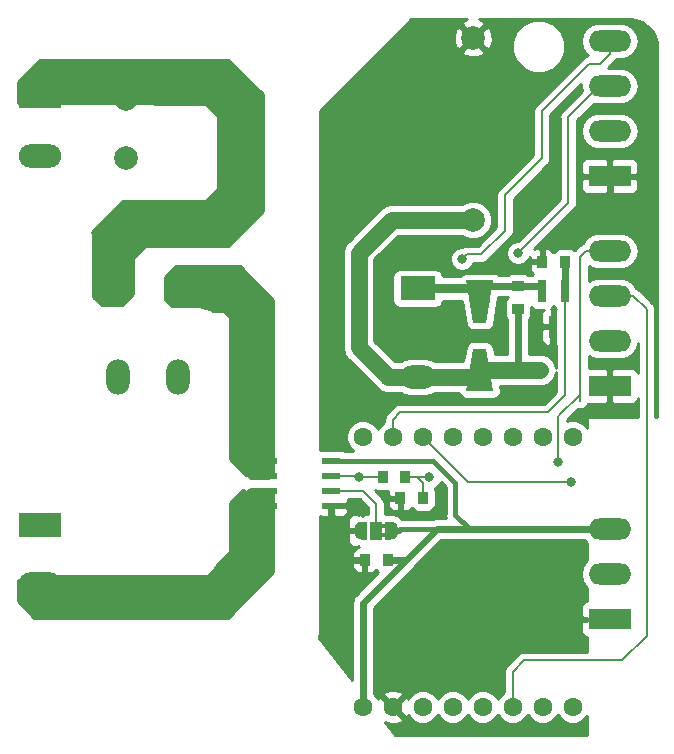
<source format=gtl>
G04 #@! TF.GenerationSoftware,KiCad,Pcbnew,(5.0.0-rc2-dev-158-g52ab6216c)*
G04 #@! TF.CreationDate,2018-04-09T21:56:37+02:00*
G04 #@! TF.ProjectId,power_monitor,706F7765725F6D6F6E69746F722E6B69,rev?*
G04 #@! TF.SameCoordinates,Original*
G04 #@! TF.FileFunction,Copper,L1,Top,Signal*
G04 #@! TF.FilePolarity,Positive*
%FSLAX46Y46*%
G04 Gerber Fmt 4.6, Leading zero omitted, Abs format (unit mm)*
G04 Created by KiCad (PCBNEW (5.0.0-rc2-dev-158-g52ab6216c)) date 04/09/18 21:56:37*
%MOMM*%
%LPD*%
G01*
G04 APERTURE LIST*
%ADD10C,2.000000*%
%ADD11R,1.000000X0.845000*%
%ADD12R,0.845000X1.000000*%
%ADD13C,1.676868*%
%ADD14C,0.100000*%
%ADD15C,1.000000*%
%ADD16R,0.500000X1.500000*%
%ADD17R,1.000000X1.500000*%
%ADD18R,0.500000X0.400000*%
%ADD19R,3.000000X2.000000*%
%ADD20O,3.000000X2.000000*%
%ADD21O,2.000000X3.000000*%
%ADD22R,0.800000X1.900000*%
%ADD23C,1.600000*%
%ADD24R,1.550000X0.600000*%
%ADD25R,3.600000X1.800000*%
%ADD26O,3.600000X1.800000*%
%ADD27R,3.600000X2.000000*%
%ADD28O,3.600000X2.000000*%
%ADD29C,0.800000*%
%ADD30C,0.400000*%
%ADD31C,0.600000*%
%ADD32C,1.400000*%
%ADD33C,0.200000*%
%ADD34C,0.800000*%
%ADD35C,1.600000*%
%ADD36C,0.254000*%
G04 APERTURE END LIST*
D10*
X56300000Y-43500000D03*
X56300000Y-48500000D03*
X85700000Y-38300000D03*
X85700000Y-53700000D03*
D11*
X89500000Y-59287500D03*
X89500000Y-61212500D03*
D12*
X78462500Y-82500000D03*
X76537500Y-82500000D03*
D13*
X86250000Y-66400000D03*
D14*
G36*
X87400000Y-68200000D02*
X85100000Y-68200000D01*
X85700000Y-64600000D01*
X86800000Y-64600000D01*
X87400000Y-68200000D01*
X87400000Y-68200000D01*
G37*
D13*
X86250000Y-60600000D03*
D14*
G36*
X85100000Y-58800000D02*
X87400000Y-58800000D01*
X86800000Y-62400000D01*
X85700000Y-62400000D01*
X85100000Y-58800000D01*
X85100000Y-58800000D01*
G37*
G36*
X78849010Y-79252408D02*
X78897546Y-79259607D01*
X78945143Y-79271530D01*
X78991343Y-79288060D01*
X79035699Y-79309039D01*
X79077786Y-79334265D01*
X79117198Y-79363495D01*
X79153554Y-79396447D01*
X79186506Y-79432803D01*
X79215736Y-79472215D01*
X79240962Y-79514302D01*
X79261941Y-79558658D01*
X79278471Y-79604858D01*
X79290394Y-79652455D01*
X79297593Y-79700991D01*
X79300001Y-79750000D01*
X79300001Y-80250000D01*
X79297593Y-80299009D01*
X79290394Y-80347545D01*
X79278471Y-80395142D01*
X79261941Y-80441342D01*
X79240962Y-80485698D01*
X79215736Y-80527785D01*
X79186506Y-80567197D01*
X79153554Y-80603553D01*
X79117198Y-80636505D01*
X79077786Y-80665735D01*
X79035699Y-80690961D01*
X78991343Y-80711940D01*
X78945143Y-80728470D01*
X78897546Y-80740393D01*
X78849010Y-80747592D01*
X78800001Y-80750000D01*
X78799999Y-80750000D01*
X78750990Y-80747592D01*
X78702454Y-80740393D01*
X78654857Y-80728470D01*
X78608657Y-80711940D01*
X78564301Y-80690961D01*
X78522214Y-80665735D01*
X78482802Y-80636505D01*
X78446446Y-80603553D01*
X78413494Y-80567197D01*
X78384264Y-80527785D01*
X78359038Y-80485698D01*
X78338059Y-80441342D01*
X78321529Y-80395142D01*
X78309606Y-80347545D01*
X78302407Y-80299009D01*
X78299999Y-80250000D01*
X78299999Y-79750000D01*
X78302407Y-79700991D01*
X78309606Y-79652455D01*
X78321529Y-79604858D01*
X78338059Y-79558658D01*
X78359038Y-79514302D01*
X78384264Y-79472215D01*
X78413494Y-79432803D01*
X78446446Y-79396447D01*
X78482802Y-79363495D01*
X78522214Y-79334265D01*
X78564301Y-79309039D01*
X78608657Y-79288060D01*
X78654857Y-79271530D01*
X78702454Y-79259607D01*
X78750990Y-79252408D01*
X78799999Y-79250000D01*
X78800001Y-79250000D01*
X78849010Y-79252408D01*
X78849010Y-79252408D01*
G37*
D15*
X78800000Y-80000000D03*
D16*
X78500000Y-80000000D03*
D17*
X77500000Y-80000000D03*
D14*
G36*
X76249010Y-79252408D02*
X76297546Y-79259607D01*
X76345143Y-79271530D01*
X76391343Y-79288060D01*
X76435699Y-79309039D01*
X76477786Y-79334265D01*
X76517198Y-79363495D01*
X76553554Y-79396447D01*
X76586506Y-79432803D01*
X76615736Y-79472215D01*
X76640962Y-79514302D01*
X76661941Y-79558658D01*
X76678471Y-79604858D01*
X76690394Y-79652455D01*
X76697593Y-79700991D01*
X76700001Y-79750000D01*
X76700001Y-80250000D01*
X76697593Y-80299009D01*
X76690394Y-80347545D01*
X76678471Y-80395142D01*
X76661941Y-80441342D01*
X76640962Y-80485698D01*
X76615736Y-80527785D01*
X76586506Y-80567197D01*
X76553554Y-80603553D01*
X76517198Y-80636505D01*
X76477786Y-80665735D01*
X76435699Y-80690961D01*
X76391343Y-80711940D01*
X76345143Y-80728470D01*
X76297546Y-80740393D01*
X76249010Y-80747592D01*
X76200001Y-80750000D01*
X76199999Y-80750000D01*
X76150990Y-80747592D01*
X76102454Y-80740393D01*
X76054857Y-80728470D01*
X76008657Y-80711940D01*
X75964301Y-80690961D01*
X75922214Y-80665735D01*
X75882802Y-80636505D01*
X75846446Y-80603553D01*
X75813494Y-80567197D01*
X75784264Y-80527785D01*
X75759038Y-80485698D01*
X75738059Y-80441342D01*
X75721529Y-80395142D01*
X75709606Y-80347545D01*
X75702407Y-80299009D01*
X75699999Y-80250000D01*
X75699999Y-79750000D01*
X75702407Y-79700991D01*
X75709606Y-79652455D01*
X75721529Y-79604858D01*
X75738059Y-79558658D01*
X75759038Y-79514302D01*
X75784264Y-79472215D01*
X75813494Y-79432803D01*
X75846446Y-79396447D01*
X75882802Y-79363495D01*
X75922214Y-79334265D01*
X75964301Y-79309039D01*
X76008657Y-79288060D01*
X76054857Y-79271530D01*
X76102454Y-79259607D01*
X76150990Y-79252408D01*
X76199999Y-79250000D01*
X76200001Y-79250000D01*
X76249010Y-79252408D01*
X76249010Y-79252408D01*
G37*
D15*
X76200000Y-80000000D03*
D16*
X76500000Y-80000000D03*
D18*
X78150000Y-80400000D03*
X78150000Y-79600000D03*
D19*
X81000000Y-59500000D03*
D20*
X81000000Y-67000000D03*
D21*
X60700000Y-59500000D03*
X55660000Y-67000000D03*
X60700000Y-67000000D03*
X55660000Y-59500000D03*
D22*
X93450000Y-59750000D03*
X91550000Y-59750000D03*
X92500000Y-62750000D03*
D12*
X93462500Y-57250000D03*
X91537500Y-57250000D03*
D23*
X94140000Y-94930000D03*
X91600000Y-94930000D03*
X89060000Y-94930000D03*
X86520000Y-94930000D03*
X83980000Y-94930000D03*
X81440000Y-94930000D03*
X78900000Y-94930000D03*
X76360000Y-94930000D03*
X76360000Y-72070000D03*
X78900000Y-72070000D03*
X81440000Y-72070000D03*
X83980000Y-72070000D03*
X86520000Y-72070000D03*
X89060000Y-72070000D03*
X91600000Y-72070000D03*
X94140000Y-72070000D03*
D24*
X68300000Y-74095000D03*
X68300000Y-75365000D03*
X68300000Y-76635000D03*
X68300000Y-77905000D03*
X73700000Y-77905000D03*
X73700000Y-76635000D03*
X73700000Y-75365000D03*
X73700000Y-74095000D03*
D12*
X78037500Y-75500000D03*
X79962500Y-75500000D03*
X79537500Y-77250000D03*
X81462500Y-77250000D03*
D25*
X97250000Y-67750000D03*
D26*
X97250000Y-63940000D03*
X97250000Y-60130000D03*
X97250000Y-56320000D03*
X97250000Y-38570000D03*
X97250000Y-42380000D03*
X97250000Y-46190000D03*
D25*
X97250000Y-50000000D03*
X97250000Y-87500000D03*
D26*
X97250000Y-83690000D03*
X97250000Y-79880000D03*
D27*
X49000000Y-43250000D03*
D28*
X49000000Y-48250000D03*
X49000000Y-84500000D03*
D27*
X49000000Y-79500000D03*
D29*
X91400000Y-66400000D03*
X74750000Y-82500000D03*
X78250000Y-77000000D03*
X94250000Y-55500000D03*
X79000000Y-92500000D03*
X82750000Y-92500000D03*
X92500000Y-64500000D03*
X82000000Y-75500000D03*
X92900000Y-74200000D03*
X84750000Y-57000000D03*
X89500000Y-56500000D03*
X94000000Y-75900000D03*
X76000000Y-75500000D03*
D30*
X78800000Y-80000000D02*
X79400001Y-80000000D01*
X79400001Y-80000000D02*
X79520001Y-79880000D01*
X79520001Y-79880000D02*
X82620000Y-79880000D01*
D31*
X85400000Y-79880000D02*
X82620000Y-79880000D01*
X97250000Y-79880000D02*
X85400000Y-79880000D01*
D30*
X84200000Y-76000000D02*
X84200000Y-78680000D01*
X84200000Y-78680000D02*
X85400000Y-79880000D01*
X82295000Y-74095000D02*
X84200000Y-76000000D01*
X73700000Y-74095000D02*
X82295000Y-74095000D01*
D32*
X86250000Y-66400000D02*
X91400000Y-66400000D01*
X81000000Y-67000000D02*
X85650000Y-67000000D01*
X85650000Y-67000000D02*
X86250000Y-66400000D01*
X78500000Y-67000000D02*
X81000000Y-67000000D01*
X76000000Y-56500000D02*
X76000000Y-64500000D01*
X76000000Y-64500000D02*
X78500000Y-67000000D01*
X78800000Y-53700000D02*
X76000000Y-56500000D01*
D31*
X82620000Y-79880000D02*
X82500000Y-80000000D01*
D32*
X85700000Y-53700000D02*
X78800000Y-53700000D01*
D31*
X89100000Y-66400000D02*
X90250000Y-66400000D01*
X90250000Y-66400000D02*
X91400000Y-66400000D01*
X73700000Y-80000000D02*
X73700000Y-81450000D01*
X73700000Y-79450000D02*
X73700000Y-80000000D01*
D33*
X76200000Y-80000000D02*
X73700000Y-80000000D01*
D31*
X76537500Y-82500000D02*
X74750000Y-82500000D01*
X73700000Y-81450000D02*
X74750000Y-82500000D01*
D33*
X78500000Y-77250000D02*
X78250000Y-77000000D01*
X79537500Y-77250000D02*
X78500000Y-77250000D01*
X91537500Y-55662500D02*
X91700000Y-55500000D01*
X91700000Y-55500000D02*
X94250000Y-55500000D01*
X91537500Y-57250000D02*
X91537500Y-55662500D01*
D31*
X94250000Y-54550000D02*
X97250000Y-51550000D01*
X94250000Y-55500000D02*
X94250000Y-54550000D01*
X97250000Y-51550000D02*
X97250000Y-50000000D01*
X89500000Y-59287500D02*
X91462500Y-59287500D01*
X91462500Y-59287500D02*
X91500000Y-59250000D01*
X89500000Y-59287500D02*
X86462500Y-59287500D01*
X86462500Y-59287500D02*
X86000000Y-59750000D01*
D34*
X81000000Y-59500000D02*
X85150000Y-59500000D01*
X85150000Y-59500000D02*
X86000000Y-59500000D01*
D31*
X76360000Y-94930000D02*
X76360000Y-86140000D01*
X76360000Y-86140000D02*
X80000000Y-82500000D01*
X82500000Y-80000000D02*
X80000000Y-82500000D01*
X80000000Y-82500000D02*
X78462500Y-82500000D01*
X89500000Y-61212500D02*
X89500000Y-66000000D01*
X89500000Y-66000000D02*
X89100000Y-66400000D01*
X89100000Y-66400000D02*
X86650000Y-66400000D01*
X86650000Y-66400000D02*
X86500000Y-66250000D01*
X73700000Y-77905000D02*
X73700000Y-79500000D01*
X92500000Y-62750000D02*
X92500000Y-64500000D01*
D30*
X73700000Y-79450000D02*
X73700000Y-78605000D01*
X73700000Y-77905000D02*
X73700000Y-78605000D01*
D35*
X52400000Y-84500000D02*
X64000000Y-84500000D01*
X49000000Y-84500000D02*
X52400000Y-84500000D01*
D31*
X67000000Y-77250000D02*
X66750000Y-76750000D01*
X66750000Y-77750000D02*
X67000000Y-77250000D01*
X66905000Y-77905000D02*
X66750000Y-77750000D01*
X68300000Y-77905000D02*
X66905000Y-77905000D01*
X66750000Y-76750000D02*
X66750000Y-76830000D01*
X66865000Y-76635000D02*
X66750000Y-76750000D01*
X68300000Y-76635000D02*
X66865000Y-76635000D01*
D33*
X73700000Y-76635000D02*
X76385000Y-76635000D01*
X77500000Y-80000000D02*
X77500000Y-77750000D01*
X77500000Y-77750000D02*
X76385000Y-76635000D01*
X80985000Y-75500000D02*
X81462500Y-75977500D01*
X81462500Y-75977500D02*
X81462500Y-77250000D01*
X79962500Y-75500000D02*
X80985000Y-75500000D01*
X82000000Y-75500000D02*
X80985000Y-75500000D01*
X90000000Y-91000000D02*
X89060000Y-91940000D01*
X98300000Y-91000000D02*
X90000000Y-91000000D01*
X100400000Y-88900000D02*
X98300000Y-91000000D01*
X100400000Y-61280000D02*
X100400000Y-88900000D01*
X99250000Y-60130000D02*
X100400000Y-61280000D01*
X97250000Y-60130000D02*
X99250000Y-60130000D01*
X89060000Y-91940000D02*
X89060000Y-94930000D01*
X92900000Y-70350000D02*
X92900000Y-74200000D01*
X93000000Y-70250000D02*
X92900000Y-70350000D01*
X94750000Y-68500000D02*
X94750000Y-69000000D01*
X94750000Y-56820000D02*
X94750000Y-68500000D01*
X94750000Y-68500000D02*
X93000000Y-70250000D01*
X97250000Y-56320000D02*
X95250000Y-56320000D01*
X95250000Y-56320000D02*
X94750000Y-56820000D01*
X91500000Y-48500000D02*
X91500000Y-44500000D01*
X88400000Y-51600000D02*
X91500000Y-48500000D01*
X88400000Y-54600000D02*
X88400000Y-51600000D01*
X86399999Y-56600001D02*
X88400000Y-54600000D01*
X84750000Y-57000000D02*
X85149999Y-56600001D01*
X85149999Y-56600001D02*
X86399999Y-56600001D01*
X91500000Y-44500000D02*
X95500000Y-40500000D01*
X95500000Y-40500000D02*
X96420000Y-40500000D01*
X96420000Y-40500000D02*
X97250000Y-39670000D01*
X97250000Y-39670000D02*
X97250000Y-38570000D01*
X89500000Y-56500000D02*
X93750000Y-52250000D01*
X93750000Y-52250000D02*
X93750000Y-49750000D01*
X96350000Y-42380000D02*
X97250000Y-42380000D01*
X93750000Y-49750000D02*
X93750000Y-44980000D01*
X93750000Y-44980000D02*
X96350000Y-42380000D01*
X85270000Y-75900000D02*
X94000000Y-75900000D01*
X81440000Y-72070000D02*
X85270000Y-75900000D01*
X92000000Y-70000000D02*
X93450000Y-68550000D01*
X93450000Y-68550000D02*
X93450000Y-59750000D01*
X79500000Y-70000000D02*
X92000000Y-70000000D01*
X78900000Y-72070000D02*
X78900000Y-70600000D01*
X78900000Y-70600000D02*
X79500000Y-70000000D01*
D31*
X93462500Y-57250000D02*
X93462500Y-59737500D01*
X93462500Y-59737500D02*
X93450000Y-59750000D01*
D33*
X73700000Y-75365000D02*
X75865000Y-75365000D01*
X75865000Y-75365000D02*
X76000000Y-75500000D01*
X78037500Y-75500000D02*
X76000000Y-75500000D01*
D35*
X67250000Y-61450000D02*
X67250000Y-74750000D01*
X67250000Y-61450000D02*
X65300000Y-59500000D01*
X65300000Y-59500000D02*
X60700000Y-59500000D01*
D31*
X66750000Y-74250000D02*
X66905000Y-74095000D01*
X66905000Y-74095000D02*
X68300000Y-74095000D01*
X66750000Y-75190000D02*
X66750000Y-74250000D01*
X68300000Y-75365000D02*
X66925000Y-75365000D01*
X66925000Y-75365000D02*
X66750000Y-75190000D01*
D36*
G36*
X95249095Y-80980905D02*
X95373000Y-81063696D01*
X95373000Y-82506304D01*
X95249095Y-82589095D01*
X94911598Y-83094194D01*
X94793085Y-83690000D01*
X94911598Y-84285806D01*
X95249095Y-84790905D01*
X95373000Y-84873696D01*
X95373000Y-85965000D01*
X95323690Y-85965000D01*
X95090301Y-86061673D01*
X94911673Y-86240302D01*
X94815000Y-86473691D01*
X94815000Y-87214250D01*
X94973750Y-87373000D01*
X95373000Y-87373000D01*
X95373000Y-87627000D01*
X94973750Y-87627000D01*
X94815000Y-87785750D01*
X94815000Y-88526309D01*
X94911673Y-88759698D01*
X95090301Y-88938327D01*
X95323690Y-89035000D01*
X95373000Y-89035000D01*
X95373000Y-90273000D01*
X90071595Y-90273000D01*
X90000000Y-90258759D01*
X89928405Y-90273000D01*
X89928401Y-90273000D01*
X89716339Y-90315182D01*
X89475863Y-90475863D01*
X89435305Y-90536562D01*
X88596562Y-91375306D01*
X88535863Y-91415864D01*
X88375182Y-91656340D01*
X88333000Y-91868402D01*
X88333000Y-91868405D01*
X88318759Y-91940000D01*
X88333000Y-92011595D01*
X88333001Y-93686559D01*
X88251669Y-93720247D01*
X87850247Y-94121669D01*
X87790000Y-94267119D01*
X87729753Y-94121669D01*
X87328331Y-93720247D01*
X86803848Y-93503000D01*
X86236152Y-93503000D01*
X85711669Y-93720247D01*
X85310247Y-94121669D01*
X85250000Y-94267119D01*
X85189753Y-94121669D01*
X84788331Y-93720247D01*
X84263848Y-93503000D01*
X83696152Y-93503000D01*
X83171669Y-93720247D01*
X82770247Y-94121669D01*
X82710000Y-94267119D01*
X82649753Y-94121669D01*
X82248331Y-93720247D01*
X81723848Y-93503000D01*
X81156152Y-93503000D01*
X80631669Y-93720247D01*
X80230247Y-94121669D01*
X80180804Y-94241035D01*
X80153864Y-94175995D01*
X79907745Y-94101861D01*
X79079605Y-94930000D01*
X79907745Y-95758139D01*
X80153864Y-95684005D01*
X80178897Y-95614361D01*
X80230247Y-95738331D01*
X80631669Y-96139753D01*
X81156152Y-96357000D01*
X81723848Y-96357000D01*
X82248331Y-96139753D01*
X82649753Y-95738331D01*
X82710000Y-95592881D01*
X82770247Y-95738331D01*
X83171669Y-96139753D01*
X83696152Y-96357000D01*
X84263848Y-96357000D01*
X84788331Y-96139753D01*
X85189753Y-95738331D01*
X85250000Y-95592881D01*
X85310247Y-95738331D01*
X85711669Y-96139753D01*
X86236152Y-96357000D01*
X86803848Y-96357000D01*
X87328331Y-96139753D01*
X87729753Y-95738331D01*
X87790000Y-95592881D01*
X87850247Y-95738331D01*
X88251669Y-96139753D01*
X88776152Y-96357000D01*
X89343848Y-96357000D01*
X89868331Y-96139753D01*
X90269753Y-95738331D01*
X90330000Y-95592881D01*
X90390247Y-95738331D01*
X90791669Y-96139753D01*
X91316152Y-96357000D01*
X91883848Y-96357000D01*
X92408331Y-96139753D01*
X92809753Y-95738331D01*
X92870000Y-95592881D01*
X92930247Y-95738331D01*
X93331669Y-96139753D01*
X93856152Y-96357000D01*
X94423848Y-96357000D01*
X94948331Y-96139753D01*
X95349753Y-95738331D01*
X95373000Y-95682208D01*
X95373000Y-97273000D01*
X79087860Y-97273000D01*
X78260512Y-96225026D01*
X78683223Y-96376965D01*
X79253454Y-96349778D01*
X79654005Y-96183864D01*
X79728139Y-95937745D01*
X78900000Y-95109605D01*
X78885858Y-95123748D01*
X78706252Y-94944142D01*
X78720395Y-94930000D01*
X77892255Y-94101861D01*
X77646136Y-94175995D01*
X77621103Y-94245639D01*
X77569753Y-94121669D01*
X77370339Y-93922255D01*
X78071861Y-93922255D01*
X78900000Y-94750395D01*
X79728139Y-93922255D01*
X79654005Y-93676136D01*
X79116777Y-93483035D01*
X78546546Y-93510222D01*
X78145995Y-93676136D01*
X78071861Y-93922255D01*
X77370339Y-93922255D01*
X77287000Y-93838916D01*
X77287000Y-86523975D01*
X80590924Y-83220051D01*
X80668330Y-83168330D01*
X80720051Y-83090925D01*
X83003976Y-80807000D01*
X95132895Y-80807000D01*
X95249095Y-80980905D01*
X95249095Y-80980905D01*
G37*
X95249095Y-80980905D02*
X95373000Y-81063696D01*
X95373000Y-82506304D01*
X95249095Y-82589095D01*
X94911598Y-83094194D01*
X94793085Y-83690000D01*
X94911598Y-84285806D01*
X95249095Y-84790905D01*
X95373000Y-84873696D01*
X95373000Y-85965000D01*
X95323690Y-85965000D01*
X95090301Y-86061673D01*
X94911673Y-86240302D01*
X94815000Y-86473691D01*
X94815000Y-87214250D01*
X94973750Y-87373000D01*
X95373000Y-87373000D01*
X95373000Y-87627000D01*
X94973750Y-87627000D01*
X94815000Y-87785750D01*
X94815000Y-88526309D01*
X94911673Y-88759698D01*
X95090301Y-88938327D01*
X95323690Y-89035000D01*
X95373000Y-89035000D01*
X95373000Y-90273000D01*
X90071595Y-90273000D01*
X90000000Y-90258759D01*
X89928405Y-90273000D01*
X89928401Y-90273000D01*
X89716339Y-90315182D01*
X89475863Y-90475863D01*
X89435305Y-90536562D01*
X88596562Y-91375306D01*
X88535863Y-91415864D01*
X88375182Y-91656340D01*
X88333000Y-91868402D01*
X88333000Y-91868405D01*
X88318759Y-91940000D01*
X88333000Y-92011595D01*
X88333001Y-93686559D01*
X88251669Y-93720247D01*
X87850247Y-94121669D01*
X87790000Y-94267119D01*
X87729753Y-94121669D01*
X87328331Y-93720247D01*
X86803848Y-93503000D01*
X86236152Y-93503000D01*
X85711669Y-93720247D01*
X85310247Y-94121669D01*
X85250000Y-94267119D01*
X85189753Y-94121669D01*
X84788331Y-93720247D01*
X84263848Y-93503000D01*
X83696152Y-93503000D01*
X83171669Y-93720247D01*
X82770247Y-94121669D01*
X82710000Y-94267119D01*
X82649753Y-94121669D01*
X82248331Y-93720247D01*
X81723848Y-93503000D01*
X81156152Y-93503000D01*
X80631669Y-93720247D01*
X80230247Y-94121669D01*
X80180804Y-94241035D01*
X80153864Y-94175995D01*
X79907745Y-94101861D01*
X79079605Y-94930000D01*
X79907745Y-95758139D01*
X80153864Y-95684005D01*
X80178897Y-95614361D01*
X80230247Y-95738331D01*
X80631669Y-96139753D01*
X81156152Y-96357000D01*
X81723848Y-96357000D01*
X82248331Y-96139753D01*
X82649753Y-95738331D01*
X82710000Y-95592881D01*
X82770247Y-95738331D01*
X83171669Y-96139753D01*
X83696152Y-96357000D01*
X84263848Y-96357000D01*
X84788331Y-96139753D01*
X85189753Y-95738331D01*
X85250000Y-95592881D01*
X85310247Y-95738331D01*
X85711669Y-96139753D01*
X86236152Y-96357000D01*
X86803848Y-96357000D01*
X87328331Y-96139753D01*
X87729753Y-95738331D01*
X87790000Y-95592881D01*
X87850247Y-95738331D01*
X88251669Y-96139753D01*
X88776152Y-96357000D01*
X89343848Y-96357000D01*
X89868331Y-96139753D01*
X90269753Y-95738331D01*
X90330000Y-95592881D01*
X90390247Y-95738331D01*
X90791669Y-96139753D01*
X91316152Y-96357000D01*
X91883848Y-96357000D01*
X92408331Y-96139753D01*
X92809753Y-95738331D01*
X92870000Y-95592881D01*
X92930247Y-95738331D01*
X93331669Y-96139753D01*
X93856152Y-96357000D01*
X94423848Y-96357000D01*
X94948331Y-96139753D01*
X95349753Y-95738331D01*
X95373000Y-95682208D01*
X95373000Y-97273000D01*
X79087860Y-97273000D01*
X78260512Y-96225026D01*
X78683223Y-96376965D01*
X79253454Y-96349778D01*
X79654005Y-96183864D01*
X79728139Y-95937745D01*
X78900000Y-95109605D01*
X78885858Y-95123748D01*
X78706252Y-94944142D01*
X78720395Y-94930000D01*
X77892255Y-94101861D01*
X77646136Y-94175995D01*
X77621103Y-94245639D01*
X77569753Y-94121669D01*
X77370339Y-93922255D01*
X78071861Y-93922255D01*
X78900000Y-94750395D01*
X79728139Y-93922255D01*
X79654005Y-93676136D01*
X79116777Y-93483035D01*
X78546546Y-93510222D01*
X78145995Y-93676136D01*
X78071861Y-93922255D01*
X77370339Y-93922255D01*
X77287000Y-93838916D01*
X77287000Y-86523975D01*
X80590924Y-83220051D01*
X80668330Y-83168330D01*
X80720051Y-83090925D01*
X83003976Y-80807000D01*
X95132895Y-80807000D01*
X95249095Y-80980905D01*
G36*
X76773001Y-78051134D02*
X76773001Y-78615000D01*
X76485750Y-78615000D01*
X76351000Y-78749750D01*
X76216250Y-78615000D01*
X76123691Y-78615000D01*
X75975594Y-78676344D01*
X75914250Y-78615000D01*
X75573691Y-78615000D01*
X75340302Y-78711673D01*
X75161673Y-78890301D01*
X75065000Y-79123690D01*
X75065000Y-79714250D01*
X75223750Y-79873000D01*
X76347000Y-79873000D01*
X76347000Y-80127000D01*
X75223750Y-80127000D01*
X75065000Y-80285750D01*
X75065000Y-80876310D01*
X75161673Y-81109699D01*
X75340302Y-81288327D01*
X75573691Y-81385000D01*
X75914250Y-81385000D01*
X75975594Y-81323656D01*
X76072998Y-81364002D01*
X76072998Y-81365000D01*
X75988691Y-81365000D01*
X75755302Y-81461673D01*
X75576673Y-81640301D01*
X75480000Y-81873690D01*
X75480000Y-82214250D01*
X75638750Y-82373000D01*
X76410500Y-82373000D01*
X76410500Y-82353000D01*
X76664500Y-82353000D01*
X76664500Y-82373000D01*
X76684500Y-82373000D01*
X76684500Y-82627000D01*
X76664500Y-82627000D01*
X76664500Y-83476250D01*
X76823250Y-83635000D01*
X77086309Y-83635000D01*
X77319698Y-83538327D01*
X77498327Y-83359699D01*
X77509016Y-83333894D01*
X77587959Y-83452041D01*
X77677293Y-83511732D01*
X75769074Y-85419951D01*
X75691671Y-85471670D01*
X75639952Y-85549073D01*
X75486786Y-85778303D01*
X75414839Y-86140000D01*
X75433001Y-86231305D01*
X75433000Y-92643511D01*
X72615915Y-89075202D01*
X72636911Y-89024513D01*
X72713031Y-88641830D01*
X72713031Y-88641825D01*
X72727000Y-88571599D01*
X72727000Y-82785750D01*
X75480000Y-82785750D01*
X75480000Y-83126310D01*
X75576673Y-83359699D01*
X75755302Y-83538327D01*
X75988691Y-83635000D01*
X76251750Y-83635000D01*
X76410500Y-83476250D01*
X76410500Y-82627000D01*
X75638750Y-82627000D01*
X75480000Y-82785750D01*
X72727000Y-82785750D01*
X72727000Y-78810305D01*
X72798691Y-78840000D01*
X73414250Y-78840000D01*
X73573000Y-78681250D01*
X73573000Y-78032000D01*
X73827000Y-78032000D01*
X73827000Y-78681250D01*
X73985750Y-78840000D01*
X74601309Y-78840000D01*
X74834698Y-78743327D01*
X75013327Y-78564699D01*
X75110000Y-78331310D01*
X75110000Y-78190750D01*
X74951250Y-78032000D01*
X73827000Y-78032000D01*
X73573000Y-78032000D01*
X73553000Y-78032000D01*
X73553000Y-77778000D01*
X73573000Y-77778000D01*
X73573000Y-77758000D01*
X73827000Y-77758000D01*
X73827000Y-77778000D01*
X74951250Y-77778000D01*
X75110000Y-77619250D01*
X75110000Y-77478690D01*
X75061665Y-77362000D01*
X76083868Y-77362000D01*
X76773001Y-78051134D01*
X76773001Y-78051134D01*
G37*
X76773001Y-78051134D02*
X76773001Y-78615000D01*
X76485750Y-78615000D01*
X76351000Y-78749750D01*
X76216250Y-78615000D01*
X76123691Y-78615000D01*
X75975594Y-78676344D01*
X75914250Y-78615000D01*
X75573691Y-78615000D01*
X75340302Y-78711673D01*
X75161673Y-78890301D01*
X75065000Y-79123690D01*
X75065000Y-79714250D01*
X75223750Y-79873000D01*
X76347000Y-79873000D01*
X76347000Y-80127000D01*
X75223750Y-80127000D01*
X75065000Y-80285750D01*
X75065000Y-80876310D01*
X75161673Y-81109699D01*
X75340302Y-81288327D01*
X75573691Y-81385000D01*
X75914250Y-81385000D01*
X75975594Y-81323656D01*
X76072998Y-81364002D01*
X76072998Y-81365000D01*
X75988691Y-81365000D01*
X75755302Y-81461673D01*
X75576673Y-81640301D01*
X75480000Y-81873690D01*
X75480000Y-82214250D01*
X75638750Y-82373000D01*
X76410500Y-82373000D01*
X76410500Y-82353000D01*
X76664500Y-82353000D01*
X76664500Y-82373000D01*
X76684500Y-82373000D01*
X76684500Y-82627000D01*
X76664500Y-82627000D01*
X76664500Y-83476250D01*
X76823250Y-83635000D01*
X77086309Y-83635000D01*
X77319698Y-83538327D01*
X77498327Y-83359699D01*
X77509016Y-83333894D01*
X77587959Y-83452041D01*
X77677293Y-83511732D01*
X75769074Y-85419951D01*
X75691671Y-85471670D01*
X75639952Y-85549073D01*
X75486786Y-85778303D01*
X75414839Y-86140000D01*
X75433001Y-86231305D01*
X75433000Y-92643511D01*
X72615915Y-89075202D01*
X72636911Y-89024513D01*
X72713031Y-88641830D01*
X72713031Y-88641825D01*
X72727000Y-88571599D01*
X72727000Y-82785750D01*
X75480000Y-82785750D01*
X75480000Y-83126310D01*
X75576673Y-83359699D01*
X75755302Y-83538327D01*
X75988691Y-83635000D01*
X76251750Y-83635000D01*
X76410500Y-83476250D01*
X76410500Y-82627000D01*
X75638750Y-82627000D01*
X75480000Y-82785750D01*
X72727000Y-82785750D01*
X72727000Y-78810305D01*
X72798691Y-78840000D01*
X73414250Y-78840000D01*
X73573000Y-78681250D01*
X73573000Y-78032000D01*
X73827000Y-78032000D01*
X73827000Y-78681250D01*
X73985750Y-78840000D01*
X74601309Y-78840000D01*
X74834698Y-78743327D01*
X75013327Y-78564699D01*
X75110000Y-78331310D01*
X75110000Y-78190750D01*
X74951250Y-78032000D01*
X73827000Y-78032000D01*
X73573000Y-78032000D01*
X73553000Y-78032000D01*
X73553000Y-77778000D01*
X73573000Y-77778000D01*
X73573000Y-77758000D01*
X73827000Y-77758000D01*
X73827000Y-77778000D01*
X74951250Y-77778000D01*
X75110000Y-77619250D01*
X75110000Y-77478690D01*
X75061665Y-77362000D01*
X76083868Y-77362000D01*
X76773001Y-78051134D01*
G36*
X83373000Y-76342554D02*
X83373001Y-78598552D01*
X83356800Y-78680000D01*
X83411103Y-78953000D01*
X82711301Y-78953000D01*
X82620000Y-78934839D01*
X82528700Y-78953000D01*
X82528698Y-78953000D01*
X82258303Y-79006785D01*
X82189137Y-79053000D01*
X79678157Y-79053000D01*
X79605596Y-78944405D01*
X79235986Y-78697440D01*
X78800001Y-78610717D01*
X78799999Y-78610717D01*
X78774999Y-78615690D01*
X78750000Y-78610717D01*
X78250000Y-78610717D01*
X78227000Y-78615292D01*
X78227000Y-77821593D01*
X78241241Y-77749999D01*
X78227000Y-77678405D01*
X78227000Y-77678401D01*
X78198625Y-77535750D01*
X78480000Y-77535750D01*
X78480000Y-77876310D01*
X78576673Y-78109699D01*
X78755302Y-78288327D01*
X78988691Y-78385000D01*
X79251750Y-78385000D01*
X79410500Y-78226250D01*
X79410500Y-77377000D01*
X78638750Y-77377000D01*
X78480000Y-77535750D01*
X78198625Y-77535750D01*
X78184818Y-77466339D01*
X78024137Y-77225863D01*
X77963438Y-77185305D01*
X77365521Y-76587389D01*
X77370357Y-76590620D01*
X77615000Y-76639283D01*
X78460000Y-76639283D01*
X78480000Y-76635305D01*
X78480000Y-76964250D01*
X78638750Y-77123000D01*
X79410500Y-77123000D01*
X79410500Y-77103000D01*
X79664500Y-77103000D01*
X79664500Y-77123000D01*
X79684500Y-77123000D01*
X79684500Y-77377000D01*
X79664500Y-77377000D01*
X79664500Y-78226250D01*
X79823250Y-78385000D01*
X80086309Y-78385000D01*
X80319698Y-78288327D01*
X80498327Y-78109699D01*
X80509016Y-78083894D01*
X80587959Y-78202041D01*
X80795357Y-78340620D01*
X81040000Y-78389283D01*
X81885000Y-78389283D01*
X82129643Y-78340620D01*
X82337041Y-78202041D01*
X82475620Y-77994643D01*
X82524283Y-77750000D01*
X82524283Y-76750000D01*
X82475620Y-76505357D01*
X82428128Y-76434280D01*
X82581749Y-76370648D01*
X82870648Y-76081749D01*
X82941396Y-75910949D01*
X83373000Y-76342554D01*
X83373000Y-76342554D01*
G37*
X83373000Y-76342554D02*
X83373001Y-78598552D01*
X83356800Y-78680000D01*
X83411103Y-78953000D01*
X82711301Y-78953000D01*
X82620000Y-78934839D01*
X82528700Y-78953000D01*
X82528698Y-78953000D01*
X82258303Y-79006785D01*
X82189137Y-79053000D01*
X79678157Y-79053000D01*
X79605596Y-78944405D01*
X79235986Y-78697440D01*
X78800001Y-78610717D01*
X78799999Y-78610717D01*
X78774999Y-78615690D01*
X78750000Y-78610717D01*
X78250000Y-78610717D01*
X78227000Y-78615292D01*
X78227000Y-77821593D01*
X78241241Y-77749999D01*
X78227000Y-77678405D01*
X78227000Y-77678401D01*
X78198625Y-77535750D01*
X78480000Y-77535750D01*
X78480000Y-77876310D01*
X78576673Y-78109699D01*
X78755302Y-78288327D01*
X78988691Y-78385000D01*
X79251750Y-78385000D01*
X79410500Y-78226250D01*
X79410500Y-77377000D01*
X78638750Y-77377000D01*
X78480000Y-77535750D01*
X78198625Y-77535750D01*
X78184818Y-77466339D01*
X78024137Y-77225863D01*
X77963438Y-77185305D01*
X77365521Y-76587389D01*
X77370357Y-76590620D01*
X77615000Y-76639283D01*
X78460000Y-76639283D01*
X78480000Y-76635305D01*
X78480000Y-76964250D01*
X78638750Y-77123000D01*
X79410500Y-77123000D01*
X79410500Y-77103000D01*
X79664500Y-77103000D01*
X79664500Y-77123000D01*
X79684500Y-77123000D01*
X79684500Y-77377000D01*
X79664500Y-77377000D01*
X79664500Y-78226250D01*
X79823250Y-78385000D01*
X80086309Y-78385000D01*
X80319698Y-78288327D01*
X80498327Y-78109699D01*
X80509016Y-78083894D01*
X80587959Y-78202041D01*
X80795357Y-78340620D01*
X81040000Y-78389283D01*
X81885000Y-78389283D01*
X82129643Y-78340620D01*
X82337041Y-78202041D01*
X82475620Y-77994643D01*
X82524283Y-77750000D01*
X82524283Y-76750000D01*
X82475620Y-76505357D01*
X82428128Y-76434280D01*
X82581749Y-76370648D01*
X82870648Y-76081749D01*
X82941396Y-75910949D01*
X83373000Y-76342554D01*
G36*
X84825736Y-36880613D02*
X84727073Y-37147468D01*
X85700000Y-38120395D01*
X86672927Y-37147468D01*
X86574264Y-36880613D01*
X86160785Y-36727000D01*
X98957762Y-36727000D01*
X99521772Y-36792757D01*
X100015548Y-36971989D01*
X100454856Y-37260012D01*
X100816118Y-37641368D01*
X101079961Y-38095606D01*
X101235115Y-38607886D01*
X101273000Y-39032379D01*
X101273001Y-70373000D01*
X101127000Y-70373000D01*
X101127000Y-61351595D01*
X101141241Y-61280000D01*
X101127000Y-61208405D01*
X101127000Y-61208401D01*
X101084818Y-60996339D01*
X101050276Y-60944643D01*
X100964695Y-60816561D01*
X100964690Y-60816556D01*
X100924136Y-60755863D01*
X100863443Y-60715309D01*
X99814696Y-59666564D01*
X99774137Y-59605863D01*
X99533661Y-59445182D01*
X99528200Y-59444096D01*
X99250905Y-59029095D01*
X98745806Y-58691598D01*
X98300393Y-58603000D01*
X96199607Y-58603000D01*
X95754194Y-58691598D01*
X95477000Y-58876813D01*
X95477000Y-57573187D01*
X95754194Y-57758402D01*
X96199607Y-57847000D01*
X98300393Y-57847000D01*
X98745806Y-57758402D01*
X99250905Y-57420905D01*
X99588402Y-56915806D01*
X99706915Y-56320000D01*
X99588402Y-55724194D01*
X99250905Y-55219095D01*
X98745806Y-54881598D01*
X98300393Y-54793000D01*
X96199607Y-54793000D01*
X95754194Y-54881598D01*
X95249095Y-55219095D01*
X94971800Y-55634096D01*
X94966339Y-55635182D01*
X94725863Y-55795863D01*
X94685305Y-55856562D01*
X94286562Y-56255306D01*
X94279884Y-56259768D01*
X94129643Y-56159380D01*
X93885000Y-56110717D01*
X93040000Y-56110717D01*
X92795357Y-56159380D01*
X92587959Y-56297959D01*
X92509016Y-56416106D01*
X92498327Y-56390301D01*
X92319698Y-56211673D01*
X92086309Y-56115000D01*
X91823250Y-56115000D01*
X91664500Y-56273750D01*
X91664500Y-57123000D01*
X91684500Y-57123000D01*
X91684500Y-57377000D01*
X91664500Y-57377000D01*
X91664500Y-57397000D01*
X91410500Y-57397000D01*
X91410500Y-57377000D01*
X90638750Y-57377000D01*
X90480000Y-57535750D01*
X90480000Y-57876310D01*
X90576673Y-58109699D01*
X90755302Y-58288327D01*
X90774996Y-58296485D01*
X90697959Y-58347959D01*
X90689579Y-58360500D01*
X90373531Y-58360500D01*
X90244643Y-58274380D01*
X90000000Y-58225717D01*
X89000000Y-58225717D01*
X88755357Y-58274380D01*
X88626469Y-58360500D01*
X87860421Y-58360500D01*
X87852041Y-58347959D01*
X87644643Y-58209380D01*
X87400000Y-58160717D01*
X85100000Y-58160717D01*
X84761588Y-58257635D01*
X84579794Y-58428424D01*
X84559679Y-58473000D01*
X83133912Y-58473000D01*
X83090620Y-58255357D01*
X82952041Y-58047959D01*
X82744643Y-57909380D01*
X82500000Y-57860717D01*
X79500000Y-57860717D01*
X79255357Y-57909380D01*
X79047959Y-58047959D01*
X78909380Y-58255357D01*
X78860717Y-58500000D01*
X78860717Y-60500000D01*
X78909380Y-60744643D01*
X79047959Y-60952041D01*
X79255357Y-61090620D01*
X79500000Y-61139283D01*
X82500000Y-61139283D01*
X82744643Y-61090620D01*
X82952041Y-60952041D01*
X83090620Y-60744643D01*
X83133912Y-60527000D01*
X84739732Y-60527000D01*
X85069415Y-62505097D01*
X85109380Y-62644643D01*
X85247959Y-62852041D01*
X85455357Y-62990620D01*
X85700000Y-63039283D01*
X86800000Y-63039283D01*
X86944217Y-63022804D01*
X87171576Y-62920206D01*
X87342365Y-62738412D01*
X87430585Y-62505097D01*
X87812351Y-60214500D01*
X88626469Y-60214500D01*
X88679599Y-60250000D01*
X88547959Y-60337959D01*
X88409380Y-60545357D01*
X88360717Y-60790000D01*
X88360717Y-61635000D01*
X88409380Y-61879643D01*
X88547959Y-62087041D01*
X88573000Y-62103773D01*
X88573001Y-65073000D01*
X87526934Y-65073000D01*
X87430585Y-64494903D01*
X87390620Y-64355357D01*
X87252041Y-64147959D01*
X87044643Y-64009380D01*
X86800000Y-63960717D01*
X85700000Y-63960717D01*
X85555783Y-63977196D01*
X85328424Y-64079794D01*
X85157635Y-64261588D01*
X85069415Y-64494903D01*
X84873066Y-65673000D01*
X82442526Y-65673000D01*
X82134824Y-65467400D01*
X81660242Y-65373000D01*
X80339758Y-65373000D01*
X79865176Y-65467400D01*
X79557474Y-65673000D01*
X79049661Y-65673000D01*
X77327000Y-63950340D01*
X77327000Y-57049660D01*
X77580943Y-56795717D01*
X83723000Y-56795717D01*
X83723000Y-57204283D01*
X83879352Y-57581749D01*
X84168251Y-57870648D01*
X84545717Y-58027000D01*
X84954283Y-58027000D01*
X85331749Y-57870648D01*
X85620648Y-57581749D01*
X85726168Y-57327001D01*
X86328404Y-57327001D01*
X86399999Y-57341242D01*
X86471594Y-57327001D01*
X86471598Y-57327001D01*
X86683660Y-57284819D01*
X86924136Y-57124138D01*
X86964695Y-57063437D01*
X88863443Y-55164691D01*
X88924136Y-55124137D01*
X88964690Y-55063444D01*
X88964695Y-55063439D01*
X89084818Y-54883661D01*
X89085228Y-54881598D01*
X89127000Y-54671599D01*
X89127000Y-54671595D01*
X89141241Y-54600000D01*
X89127000Y-54528405D01*
X89127000Y-51901132D01*
X91963441Y-49064692D01*
X92024136Y-49024137D01*
X92064692Y-48963441D01*
X92064694Y-48963439D01*
X92184818Y-48783661D01*
X92216626Y-48623750D01*
X92227000Y-48571599D01*
X92227000Y-48571596D01*
X92241241Y-48500001D01*
X92227000Y-48428406D01*
X92227000Y-44801132D01*
X94829077Y-42199056D01*
X94793085Y-42380000D01*
X94880816Y-42821052D01*
X93286562Y-44415306D01*
X93225864Y-44455863D01*
X93185307Y-44516561D01*
X93185306Y-44516562D01*
X93065182Y-44696340D01*
X93008759Y-44980000D01*
X93023001Y-45051600D01*
X93023000Y-49821598D01*
X93023001Y-49821603D01*
X93023000Y-51948866D01*
X89498868Y-55473000D01*
X89295717Y-55473000D01*
X88918251Y-55629352D01*
X88629352Y-55918251D01*
X88473000Y-56295717D01*
X88473000Y-56704283D01*
X88629352Y-57081749D01*
X88918251Y-57370648D01*
X89295717Y-57527000D01*
X89704283Y-57527000D01*
X90081749Y-57370648D01*
X90370648Y-57081749D01*
X90480000Y-56817751D01*
X90480000Y-56964250D01*
X90638750Y-57123000D01*
X91410500Y-57123000D01*
X91410500Y-56273750D01*
X91251750Y-56115000D01*
X90988691Y-56115000D01*
X90859704Y-56168428D01*
X94213444Y-52814690D01*
X94274136Y-52774137D01*
X94314690Y-52713444D01*
X94314695Y-52713439D01*
X94434818Y-52533661D01*
X94451460Y-52449994D01*
X94477000Y-52321599D01*
X94477000Y-52321595D01*
X94491241Y-52250000D01*
X94477000Y-52178405D01*
X94477000Y-50285750D01*
X94815000Y-50285750D01*
X94815000Y-51026309D01*
X94911673Y-51259698D01*
X95090301Y-51438327D01*
X95323690Y-51535000D01*
X96964250Y-51535000D01*
X97123000Y-51376250D01*
X97123000Y-50127000D01*
X97377000Y-50127000D01*
X97377000Y-51376250D01*
X97535750Y-51535000D01*
X99176310Y-51535000D01*
X99409699Y-51438327D01*
X99588327Y-51259698D01*
X99685000Y-51026309D01*
X99685000Y-50285750D01*
X99526250Y-50127000D01*
X97377000Y-50127000D01*
X97123000Y-50127000D01*
X94973750Y-50127000D01*
X94815000Y-50285750D01*
X94477000Y-50285750D01*
X94477000Y-48973691D01*
X94815000Y-48973691D01*
X94815000Y-49714250D01*
X94973750Y-49873000D01*
X97123000Y-49873000D01*
X97123000Y-48623750D01*
X97377000Y-48623750D01*
X97377000Y-49873000D01*
X99526250Y-49873000D01*
X99685000Y-49714250D01*
X99685000Y-48973691D01*
X99588327Y-48740302D01*
X99409699Y-48561673D01*
X99176310Y-48465000D01*
X97535750Y-48465000D01*
X97377000Y-48623750D01*
X97123000Y-48623750D01*
X96964250Y-48465000D01*
X95323690Y-48465000D01*
X95090301Y-48561673D01*
X94911673Y-48740302D01*
X94815000Y-48973691D01*
X94477000Y-48973691D01*
X94477000Y-46190000D01*
X94793085Y-46190000D01*
X94911598Y-46785806D01*
X95249095Y-47290905D01*
X95754194Y-47628402D01*
X96199607Y-47717000D01*
X98300393Y-47717000D01*
X98745806Y-47628402D01*
X99250905Y-47290905D01*
X99588402Y-46785806D01*
X99706915Y-46190000D01*
X99588402Y-45594194D01*
X99250905Y-45089095D01*
X98745806Y-44751598D01*
X98300393Y-44663000D01*
X96199607Y-44663000D01*
X95754194Y-44751598D01*
X95249095Y-45089095D01*
X94911598Y-45594194D01*
X94793085Y-46190000D01*
X94477000Y-46190000D01*
X94477000Y-45281132D01*
X95908948Y-43849184D01*
X96199607Y-43907000D01*
X98300393Y-43907000D01*
X98745806Y-43818402D01*
X99250905Y-43480905D01*
X99588402Y-42975806D01*
X99706915Y-42380000D01*
X99588402Y-41784194D01*
X99250905Y-41279095D01*
X98745806Y-40941598D01*
X98300393Y-40853000D01*
X97095132Y-40853000D01*
X97713440Y-40234693D01*
X97774136Y-40194137D01*
X97814692Y-40133441D01*
X97814694Y-40133439D01*
X97839042Y-40097000D01*
X98300393Y-40097000D01*
X98745806Y-40008402D01*
X99250905Y-39670905D01*
X99588402Y-39165806D01*
X99706915Y-38570000D01*
X99588402Y-37974194D01*
X99250905Y-37469095D01*
X98745806Y-37131598D01*
X98300393Y-37043000D01*
X96199607Y-37043000D01*
X95754194Y-37131598D01*
X95249095Y-37469095D01*
X94911598Y-37974194D01*
X94793085Y-38570000D01*
X94911598Y-39165806D01*
X95249095Y-39670905D01*
X95407972Y-39777064D01*
X95216339Y-39815182D01*
X94975863Y-39975863D01*
X94935306Y-40036561D01*
X91036562Y-43935306D01*
X90975864Y-43975863D01*
X90935307Y-44036561D01*
X90935306Y-44036562D01*
X90815182Y-44216340D01*
X90758759Y-44500000D01*
X90773001Y-44571600D01*
X90773000Y-48198867D01*
X87936562Y-51035306D01*
X87875864Y-51075863D01*
X87835307Y-51136561D01*
X87835306Y-51136562D01*
X87715182Y-51316340D01*
X87658759Y-51600000D01*
X87673001Y-51671600D01*
X87673000Y-54298866D01*
X86098867Y-55873001D01*
X85221593Y-55873001D01*
X85149998Y-55858760D01*
X85078403Y-55873001D01*
X85078400Y-55873001D01*
X84866338Y-55915183D01*
X84779809Y-55973000D01*
X84545717Y-55973000D01*
X84168251Y-56129352D01*
X83879352Y-56418251D01*
X83723000Y-56795717D01*
X77580943Y-56795717D01*
X79349661Y-55027000D01*
X84726074Y-55027000D01*
X84778378Y-55079304D01*
X85376370Y-55327000D01*
X86023630Y-55327000D01*
X86621622Y-55079304D01*
X87079304Y-54621622D01*
X87327000Y-54023630D01*
X87327000Y-53376370D01*
X87079304Y-52778378D01*
X86621622Y-52320696D01*
X86023630Y-52073000D01*
X85376370Y-52073000D01*
X84778378Y-52320696D01*
X84726074Y-52373000D01*
X78930692Y-52373000D01*
X78800000Y-52347004D01*
X78669308Y-52373000D01*
X78669304Y-52373000D01*
X78282230Y-52449994D01*
X77843287Y-52743287D01*
X77769254Y-52854085D01*
X75154086Y-55469254D01*
X75043287Y-55543288D01*
X74749994Y-55982231D01*
X74673000Y-56369305D01*
X74673000Y-56369308D01*
X74647004Y-56500000D01*
X74673000Y-56630692D01*
X74673001Y-64369304D01*
X74647004Y-64500000D01*
X74749994Y-65017769D01*
X74959737Y-65331671D01*
X75043288Y-65456713D01*
X75154086Y-65530746D01*
X77469254Y-67845915D01*
X77543287Y-67956713D01*
X77982230Y-68250006D01*
X78369304Y-68327000D01*
X78369308Y-68327000D01*
X78500000Y-68352996D01*
X78630692Y-68327000D01*
X79557474Y-68327000D01*
X79865176Y-68532600D01*
X80339758Y-68627000D01*
X81660242Y-68627000D01*
X82134824Y-68532600D01*
X82442526Y-68327000D01*
X84495937Y-68327000D01*
X84509380Y-68444643D01*
X84647959Y-68652041D01*
X84855357Y-68790620D01*
X85100000Y-68839283D01*
X87400000Y-68839283D01*
X87738412Y-68742365D01*
X87920206Y-68571576D01*
X88022804Y-68344217D01*
X88030585Y-68094903D01*
X87969268Y-67727000D01*
X91530696Y-67727000D01*
X91917770Y-67650006D01*
X92356713Y-67356713D01*
X92650006Y-66917770D01*
X92723000Y-66550804D01*
X92723000Y-68248866D01*
X91698868Y-69273000D01*
X79571593Y-69273000D01*
X79499999Y-69258759D01*
X79428405Y-69273000D01*
X79428401Y-69273000D01*
X79216339Y-69315182D01*
X78975863Y-69475863D01*
X78935305Y-69536562D01*
X78436562Y-70035306D01*
X78375864Y-70075863D01*
X78335307Y-70136561D01*
X78335306Y-70136562D01*
X78215182Y-70316340D01*
X78158759Y-70600000D01*
X78173001Y-70671600D01*
X78173001Y-70826558D01*
X78091669Y-70860247D01*
X77690247Y-71261669D01*
X77630000Y-71407119D01*
X77569753Y-71261669D01*
X77168331Y-70860247D01*
X76643848Y-70643000D01*
X76076152Y-70643000D01*
X75551669Y-70860247D01*
X75150247Y-71261669D01*
X74933000Y-71786152D01*
X74933000Y-72353848D01*
X75150247Y-72878331D01*
X75539916Y-73268000D01*
X74814857Y-73268000D01*
X74719643Y-73204380D01*
X74475000Y-73155717D01*
X72925000Y-73155717D01*
X72727000Y-73195102D01*
X72727000Y-44452606D01*
X77727074Y-39452532D01*
X84727073Y-39452532D01*
X84825736Y-39719387D01*
X85435461Y-39945908D01*
X86085460Y-39921856D01*
X86574264Y-39719387D01*
X86672927Y-39452532D01*
X85700000Y-38479605D01*
X84727073Y-39452532D01*
X77727074Y-39452532D01*
X79144145Y-38035461D01*
X84054092Y-38035461D01*
X84078144Y-38685460D01*
X84280613Y-39174264D01*
X84547468Y-39272927D01*
X85520395Y-38300000D01*
X85879605Y-38300000D01*
X86852532Y-39272927D01*
X87119387Y-39174264D01*
X87345908Y-38564539D01*
X87345630Y-38557022D01*
X89023000Y-38557022D01*
X89023000Y-39442978D01*
X89362040Y-40261494D01*
X89988506Y-40887960D01*
X90807022Y-41227000D01*
X91692978Y-41227000D01*
X92511494Y-40887960D01*
X93137960Y-40261494D01*
X93477000Y-39442978D01*
X93477000Y-38557022D01*
X93137960Y-37738506D01*
X92511494Y-37112040D01*
X91692978Y-36773000D01*
X90807022Y-36773000D01*
X89988506Y-37112040D01*
X89362040Y-37738506D01*
X89023000Y-38557022D01*
X87345630Y-38557022D01*
X87321856Y-37914540D01*
X87119387Y-37425736D01*
X86852532Y-37327073D01*
X85879605Y-38300000D01*
X85520395Y-38300000D01*
X84547468Y-37327073D01*
X84280613Y-37425736D01*
X84054092Y-38035461D01*
X79144145Y-38035461D01*
X80452606Y-36727000D01*
X85196591Y-36727000D01*
X84825736Y-36880613D01*
X84825736Y-36880613D01*
G37*
X84825736Y-36880613D02*
X84727073Y-37147468D01*
X85700000Y-38120395D01*
X86672927Y-37147468D01*
X86574264Y-36880613D01*
X86160785Y-36727000D01*
X98957762Y-36727000D01*
X99521772Y-36792757D01*
X100015548Y-36971989D01*
X100454856Y-37260012D01*
X100816118Y-37641368D01*
X101079961Y-38095606D01*
X101235115Y-38607886D01*
X101273000Y-39032379D01*
X101273001Y-70373000D01*
X101127000Y-70373000D01*
X101127000Y-61351595D01*
X101141241Y-61280000D01*
X101127000Y-61208405D01*
X101127000Y-61208401D01*
X101084818Y-60996339D01*
X101050276Y-60944643D01*
X100964695Y-60816561D01*
X100964690Y-60816556D01*
X100924136Y-60755863D01*
X100863443Y-60715309D01*
X99814696Y-59666564D01*
X99774137Y-59605863D01*
X99533661Y-59445182D01*
X99528200Y-59444096D01*
X99250905Y-59029095D01*
X98745806Y-58691598D01*
X98300393Y-58603000D01*
X96199607Y-58603000D01*
X95754194Y-58691598D01*
X95477000Y-58876813D01*
X95477000Y-57573187D01*
X95754194Y-57758402D01*
X96199607Y-57847000D01*
X98300393Y-57847000D01*
X98745806Y-57758402D01*
X99250905Y-57420905D01*
X99588402Y-56915806D01*
X99706915Y-56320000D01*
X99588402Y-55724194D01*
X99250905Y-55219095D01*
X98745806Y-54881598D01*
X98300393Y-54793000D01*
X96199607Y-54793000D01*
X95754194Y-54881598D01*
X95249095Y-55219095D01*
X94971800Y-55634096D01*
X94966339Y-55635182D01*
X94725863Y-55795863D01*
X94685305Y-55856562D01*
X94286562Y-56255306D01*
X94279884Y-56259768D01*
X94129643Y-56159380D01*
X93885000Y-56110717D01*
X93040000Y-56110717D01*
X92795357Y-56159380D01*
X92587959Y-56297959D01*
X92509016Y-56416106D01*
X92498327Y-56390301D01*
X92319698Y-56211673D01*
X92086309Y-56115000D01*
X91823250Y-56115000D01*
X91664500Y-56273750D01*
X91664500Y-57123000D01*
X91684500Y-57123000D01*
X91684500Y-57377000D01*
X91664500Y-57377000D01*
X91664500Y-57397000D01*
X91410500Y-57397000D01*
X91410500Y-57377000D01*
X90638750Y-57377000D01*
X90480000Y-57535750D01*
X90480000Y-57876310D01*
X90576673Y-58109699D01*
X90755302Y-58288327D01*
X90774996Y-58296485D01*
X90697959Y-58347959D01*
X90689579Y-58360500D01*
X90373531Y-58360500D01*
X90244643Y-58274380D01*
X90000000Y-58225717D01*
X89000000Y-58225717D01*
X88755357Y-58274380D01*
X88626469Y-58360500D01*
X87860421Y-58360500D01*
X87852041Y-58347959D01*
X87644643Y-58209380D01*
X87400000Y-58160717D01*
X85100000Y-58160717D01*
X84761588Y-58257635D01*
X84579794Y-58428424D01*
X84559679Y-58473000D01*
X83133912Y-58473000D01*
X83090620Y-58255357D01*
X82952041Y-58047959D01*
X82744643Y-57909380D01*
X82500000Y-57860717D01*
X79500000Y-57860717D01*
X79255357Y-57909380D01*
X79047959Y-58047959D01*
X78909380Y-58255357D01*
X78860717Y-58500000D01*
X78860717Y-60500000D01*
X78909380Y-60744643D01*
X79047959Y-60952041D01*
X79255357Y-61090620D01*
X79500000Y-61139283D01*
X82500000Y-61139283D01*
X82744643Y-61090620D01*
X82952041Y-60952041D01*
X83090620Y-60744643D01*
X83133912Y-60527000D01*
X84739732Y-60527000D01*
X85069415Y-62505097D01*
X85109380Y-62644643D01*
X85247959Y-62852041D01*
X85455357Y-62990620D01*
X85700000Y-63039283D01*
X86800000Y-63039283D01*
X86944217Y-63022804D01*
X87171576Y-62920206D01*
X87342365Y-62738412D01*
X87430585Y-62505097D01*
X87812351Y-60214500D01*
X88626469Y-60214500D01*
X88679599Y-60250000D01*
X88547959Y-60337959D01*
X88409380Y-60545357D01*
X88360717Y-60790000D01*
X88360717Y-61635000D01*
X88409380Y-61879643D01*
X88547959Y-62087041D01*
X88573000Y-62103773D01*
X88573001Y-65073000D01*
X87526934Y-65073000D01*
X87430585Y-64494903D01*
X87390620Y-64355357D01*
X87252041Y-64147959D01*
X87044643Y-64009380D01*
X86800000Y-63960717D01*
X85700000Y-63960717D01*
X85555783Y-63977196D01*
X85328424Y-64079794D01*
X85157635Y-64261588D01*
X85069415Y-64494903D01*
X84873066Y-65673000D01*
X82442526Y-65673000D01*
X82134824Y-65467400D01*
X81660242Y-65373000D01*
X80339758Y-65373000D01*
X79865176Y-65467400D01*
X79557474Y-65673000D01*
X79049661Y-65673000D01*
X77327000Y-63950340D01*
X77327000Y-57049660D01*
X77580943Y-56795717D01*
X83723000Y-56795717D01*
X83723000Y-57204283D01*
X83879352Y-57581749D01*
X84168251Y-57870648D01*
X84545717Y-58027000D01*
X84954283Y-58027000D01*
X85331749Y-57870648D01*
X85620648Y-57581749D01*
X85726168Y-57327001D01*
X86328404Y-57327001D01*
X86399999Y-57341242D01*
X86471594Y-57327001D01*
X86471598Y-57327001D01*
X86683660Y-57284819D01*
X86924136Y-57124138D01*
X86964695Y-57063437D01*
X88863443Y-55164691D01*
X88924136Y-55124137D01*
X88964690Y-55063444D01*
X88964695Y-55063439D01*
X89084818Y-54883661D01*
X89085228Y-54881598D01*
X89127000Y-54671599D01*
X89127000Y-54671595D01*
X89141241Y-54600000D01*
X89127000Y-54528405D01*
X89127000Y-51901132D01*
X91963441Y-49064692D01*
X92024136Y-49024137D01*
X92064692Y-48963441D01*
X92064694Y-48963439D01*
X92184818Y-48783661D01*
X92216626Y-48623750D01*
X92227000Y-48571599D01*
X92227000Y-48571596D01*
X92241241Y-48500001D01*
X92227000Y-48428406D01*
X92227000Y-44801132D01*
X94829077Y-42199056D01*
X94793085Y-42380000D01*
X94880816Y-42821052D01*
X93286562Y-44415306D01*
X93225864Y-44455863D01*
X93185307Y-44516561D01*
X93185306Y-44516562D01*
X93065182Y-44696340D01*
X93008759Y-44980000D01*
X93023001Y-45051600D01*
X93023000Y-49821598D01*
X93023001Y-49821603D01*
X93023000Y-51948866D01*
X89498868Y-55473000D01*
X89295717Y-55473000D01*
X88918251Y-55629352D01*
X88629352Y-55918251D01*
X88473000Y-56295717D01*
X88473000Y-56704283D01*
X88629352Y-57081749D01*
X88918251Y-57370648D01*
X89295717Y-57527000D01*
X89704283Y-57527000D01*
X90081749Y-57370648D01*
X90370648Y-57081749D01*
X90480000Y-56817751D01*
X90480000Y-56964250D01*
X90638750Y-57123000D01*
X91410500Y-57123000D01*
X91410500Y-56273750D01*
X91251750Y-56115000D01*
X90988691Y-56115000D01*
X90859704Y-56168428D01*
X94213444Y-52814690D01*
X94274136Y-52774137D01*
X94314690Y-52713444D01*
X94314695Y-52713439D01*
X94434818Y-52533661D01*
X94451460Y-52449994D01*
X94477000Y-52321599D01*
X94477000Y-52321595D01*
X94491241Y-52250000D01*
X94477000Y-52178405D01*
X94477000Y-50285750D01*
X94815000Y-50285750D01*
X94815000Y-51026309D01*
X94911673Y-51259698D01*
X95090301Y-51438327D01*
X95323690Y-51535000D01*
X96964250Y-51535000D01*
X97123000Y-51376250D01*
X97123000Y-50127000D01*
X97377000Y-50127000D01*
X97377000Y-51376250D01*
X97535750Y-51535000D01*
X99176310Y-51535000D01*
X99409699Y-51438327D01*
X99588327Y-51259698D01*
X99685000Y-51026309D01*
X99685000Y-50285750D01*
X99526250Y-50127000D01*
X97377000Y-50127000D01*
X97123000Y-50127000D01*
X94973750Y-50127000D01*
X94815000Y-50285750D01*
X94477000Y-50285750D01*
X94477000Y-48973691D01*
X94815000Y-48973691D01*
X94815000Y-49714250D01*
X94973750Y-49873000D01*
X97123000Y-49873000D01*
X97123000Y-48623750D01*
X97377000Y-48623750D01*
X97377000Y-49873000D01*
X99526250Y-49873000D01*
X99685000Y-49714250D01*
X99685000Y-48973691D01*
X99588327Y-48740302D01*
X99409699Y-48561673D01*
X99176310Y-48465000D01*
X97535750Y-48465000D01*
X97377000Y-48623750D01*
X97123000Y-48623750D01*
X96964250Y-48465000D01*
X95323690Y-48465000D01*
X95090301Y-48561673D01*
X94911673Y-48740302D01*
X94815000Y-48973691D01*
X94477000Y-48973691D01*
X94477000Y-46190000D01*
X94793085Y-46190000D01*
X94911598Y-46785806D01*
X95249095Y-47290905D01*
X95754194Y-47628402D01*
X96199607Y-47717000D01*
X98300393Y-47717000D01*
X98745806Y-47628402D01*
X99250905Y-47290905D01*
X99588402Y-46785806D01*
X99706915Y-46190000D01*
X99588402Y-45594194D01*
X99250905Y-45089095D01*
X98745806Y-44751598D01*
X98300393Y-44663000D01*
X96199607Y-44663000D01*
X95754194Y-44751598D01*
X95249095Y-45089095D01*
X94911598Y-45594194D01*
X94793085Y-46190000D01*
X94477000Y-46190000D01*
X94477000Y-45281132D01*
X95908948Y-43849184D01*
X96199607Y-43907000D01*
X98300393Y-43907000D01*
X98745806Y-43818402D01*
X99250905Y-43480905D01*
X99588402Y-42975806D01*
X99706915Y-42380000D01*
X99588402Y-41784194D01*
X99250905Y-41279095D01*
X98745806Y-40941598D01*
X98300393Y-40853000D01*
X97095132Y-40853000D01*
X97713440Y-40234693D01*
X97774136Y-40194137D01*
X97814692Y-40133441D01*
X97814694Y-40133439D01*
X97839042Y-40097000D01*
X98300393Y-40097000D01*
X98745806Y-40008402D01*
X99250905Y-39670905D01*
X99588402Y-39165806D01*
X99706915Y-38570000D01*
X99588402Y-37974194D01*
X99250905Y-37469095D01*
X98745806Y-37131598D01*
X98300393Y-37043000D01*
X96199607Y-37043000D01*
X95754194Y-37131598D01*
X95249095Y-37469095D01*
X94911598Y-37974194D01*
X94793085Y-38570000D01*
X94911598Y-39165806D01*
X95249095Y-39670905D01*
X95407972Y-39777064D01*
X95216339Y-39815182D01*
X94975863Y-39975863D01*
X94935306Y-40036561D01*
X91036562Y-43935306D01*
X90975864Y-43975863D01*
X90935307Y-44036561D01*
X90935306Y-44036562D01*
X90815182Y-44216340D01*
X90758759Y-44500000D01*
X90773001Y-44571600D01*
X90773000Y-48198867D01*
X87936562Y-51035306D01*
X87875864Y-51075863D01*
X87835307Y-51136561D01*
X87835306Y-51136562D01*
X87715182Y-51316340D01*
X87658759Y-51600000D01*
X87673001Y-51671600D01*
X87673000Y-54298866D01*
X86098867Y-55873001D01*
X85221593Y-55873001D01*
X85149998Y-55858760D01*
X85078403Y-55873001D01*
X85078400Y-55873001D01*
X84866338Y-55915183D01*
X84779809Y-55973000D01*
X84545717Y-55973000D01*
X84168251Y-56129352D01*
X83879352Y-56418251D01*
X83723000Y-56795717D01*
X77580943Y-56795717D01*
X79349661Y-55027000D01*
X84726074Y-55027000D01*
X84778378Y-55079304D01*
X85376370Y-55327000D01*
X86023630Y-55327000D01*
X86621622Y-55079304D01*
X87079304Y-54621622D01*
X87327000Y-54023630D01*
X87327000Y-53376370D01*
X87079304Y-52778378D01*
X86621622Y-52320696D01*
X86023630Y-52073000D01*
X85376370Y-52073000D01*
X84778378Y-52320696D01*
X84726074Y-52373000D01*
X78930692Y-52373000D01*
X78800000Y-52347004D01*
X78669308Y-52373000D01*
X78669304Y-52373000D01*
X78282230Y-52449994D01*
X77843287Y-52743287D01*
X77769254Y-52854085D01*
X75154086Y-55469254D01*
X75043287Y-55543288D01*
X74749994Y-55982231D01*
X74673000Y-56369305D01*
X74673000Y-56369308D01*
X74647004Y-56500000D01*
X74673000Y-56630692D01*
X74673001Y-64369304D01*
X74647004Y-64500000D01*
X74749994Y-65017769D01*
X74959737Y-65331671D01*
X75043288Y-65456713D01*
X75154086Y-65530746D01*
X77469254Y-67845915D01*
X77543287Y-67956713D01*
X77982230Y-68250006D01*
X78369304Y-68327000D01*
X78369308Y-68327000D01*
X78500000Y-68352996D01*
X78630692Y-68327000D01*
X79557474Y-68327000D01*
X79865176Y-68532600D01*
X80339758Y-68627000D01*
X81660242Y-68627000D01*
X82134824Y-68532600D01*
X82442526Y-68327000D01*
X84495937Y-68327000D01*
X84509380Y-68444643D01*
X84647959Y-68652041D01*
X84855357Y-68790620D01*
X85100000Y-68839283D01*
X87400000Y-68839283D01*
X87738412Y-68742365D01*
X87920206Y-68571576D01*
X88022804Y-68344217D01*
X88030585Y-68094903D01*
X87969268Y-67727000D01*
X91530696Y-67727000D01*
X91917770Y-67650006D01*
X92356713Y-67356713D01*
X92650006Y-66917770D01*
X92723000Y-66550804D01*
X92723000Y-68248866D01*
X91698868Y-69273000D01*
X79571593Y-69273000D01*
X79499999Y-69258759D01*
X79428405Y-69273000D01*
X79428401Y-69273000D01*
X79216339Y-69315182D01*
X78975863Y-69475863D01*
X78935305Y-69536562D01*
X78436562Y-70035306D01*
X78375864Y-70075863D01*
X78335307Y-70136561D01*
X78335306Y-70136562D01*
X78215182Y-70316340D01*
X78158759Y-70600000D01*
X78173001Y-70671600D01*
X78173001Y-70826558D01*
X78091669Y-70860247D01*
X77690247Y-71261669D01*
X77630000Y-71407119D01*
X77569753Y-71261669D01*
X77168331Y-70860247D01*
X76643848Y-70643000D01*
X76076152Y-70643000D01*
X75551669Y-70860247D01*
X75150247Y-71261669D01*
X74933000Y-71786152D01*
X74933000Y-72353848D01*
X75150247Y-72878331D01*
X75539916Y-73268000D01*
X74814857Y-73268000D01*
X74719643Y-73204380D01*
X74475000Y-73155717D01*
X72925000Y-73155717D01*
X72727000Y-73195102D01*
X72727000Y-44452606D01*
X77727074Y-39452532D01*
X84727073Y-39452532D01*
X84825736Y-39719387D01*
X85435461Y-39945908D01*
X86085460Y-39921856D01*
X86574264Y-39719387D01*
X86672927Y-39452532D01*
X85700000Y-38479605D01*
X84727073Y-39452532D01*
X77727074Y-39452532D01*
X79144145Y-38035461D01*
X84054092Y-38035461D01*
X84078144Y-38685460D01*
X84280613Y-39174264D01*
X84547468Y-39272927D01*
X85520395Y-38300000D01*
X85879605Y-38300000D01*
X86852532Y-39272927D01*
X87119387Y-39174264D01*
X87345908Y-38564539D01*
X87345630Y-38557022D01*
X89023000Y-38557022D01*
X89023000Y-39442978D01*
X89362040Y-40261494D01*
X89988506Y-40887960D01*
X90807022Y-41227000D01*
X91692978Y-41227000D01*
X92511494Y-40887960D01*
X93137960Y-40261494D01*
X93477000Y-39442978D01*
X93477000Y-38557022D01*
X93137960Y-37738506D01*
X92511494Y-37112040D01*
X91692978Y-36773000D01*
X90807022Y-36773000D01*
X89988506Y-37112040D01*
X89362040Y-37738506D01*
X89023000Y-38557022D01*
X87345630Y-38557022D01*
X87321856Y-37914540D01*
X87119387Y-37425736D01*
X86852532Y-37327073D01*
X85879605Y-38300000D01*
X85520395Y-38300000D01*
X84547468Y-37327073D01*
X84280613Y-37425736D01*
X84054092Y-38035461D01*
X79144145Y-38035461D01*
X80452606Y-36727000D01*
X85196591Y-36727000D01*
X84825736Y-36880613D01*
G36*
X99673000Y-66694721D02*
X99588327Y-66490302D01*
X99409699Y-66311673D01*
X99176310Y-66215000D01*
X97535750Y-66215000D01*
X97377000Y-66373750D01*
X97377000Y-67623000D01*
X97397000Y-67623000D01*
X97397000Y-67877000D01*
X97377000Y-67877000D01*
X97377000Y-69126250D01*
X97535750Y-69285000D01*
X99176310Y-69285000D01*
X99409699Y-69188327D01*
X99588327Y-69009698D01*
X99673000Y-68805279D01*
X99673000Y-70373000D01*
X95500000Y-70373000D01*
X95451399Y-70382667D01*
X95410197Y-70410197D01*
X95382667Y-70451399D01*
X95373000Y-70500000D01*
X95373000Y-71317792D01*
X95349753Y-71261669D01*
X94948331Y-70860247D01*
X94423848Y-70643000D01*
X93856152Y-70643000D01*
X93627000Y-70737917D01*
X93627000Y-70651132D01*
X94572248Y-69705885D01*
X94750000Y-69741242D01*
X95033661Y-69684818D01*
X95274137Y-69524137D01*
X95433923Y-69285000D01*
X96964250Y-69285000D01*
X97123000Y-69126250D01*
X97123000Y-67877000D01*
X97103000Y-67877000D01*
X97103000Y-67623000D01*
X97123000Y-67623000D01*
X97123000Y-66373750D01*
X96964250Y-66215000D01*
X95477000Y-66215000D01*
X95477000Y-65193187D01*
X95754194Y-65378402D01*
X96199607Y-65467000D01*
X98300393Y-65467000D01*
X98745806Y-65378402D01*
X99250905Y-65040905D01*
X99588402Y-64535806D01*
X99673000Y-64110502D01*
X99673000Y-66694721D01*
X99673000Y-66694721D01*
G37*
X99673000Y-66694721D02*
X99588327Y-66490302D01*
X99409699Y-66311673D01*
X99176310Y-66215000D01*
X97535750Y-66215000D01*
X97377000Y-66373750D01*
X97377000Y-67623000D01*
X97397000Y-67623000D01*
X97397000Y-67877000D01*
X97377000Y-67877000D01*
X97377000Y-69126250D01*
X97535750Y-69285000D01*
X99176310Y-69285000D01*
X99409699Y-69188327D01*
X99588327Y-69009698D01*
X99673000Y-68805279D01*
X99673000Y-70373000D01*
X95500000Y-70373000D01*
X95451399Y-70382667D01*
X95410197Y-70410197D01*
X95382667Y-70451399D01*
X95373000Y-70500000D01*
X95373000Y-71317792D01*
X95349753Y-71261669D01*
X94948331Y-70860247D01*
X94423848Y-70643000D01*
X93856152Y-70643000D01*
X93627000Y-70737917D01*
X93627000Y-70651132D01*
X94572248Y-69705885D01*
X94750000Y-69741242D01*
X95033661Y-69684818D01*
X95274137Y-69524137D01*
X95433923Y-69285000D01*
X96964250Y-69285000D01*
X97123000Y-69126250D01*
X97123000Y-67877000D01*
X97103000Y-67877000D01*
X97103000Y-67623000D01*
X97123000Y-67623000D01*
X97123000Y-66373750D01*
X96964250Y-66215000D01*
X95477000Y-66215000D01*
X95477000Y-65193187D01*
X95754194Y-65378402D01*
X96199607Y-65467000D01*
X98300393Y-65467000D01*
X98745806Y-65378402D01*
X99250905Y-65040905D01*
X99588402Y-64535806D01*
X99673000Y-64110502D01*
X99673000Y-66694721D01*
G36*
X92597959Y-61152041D02*
X92718300Y-61232450D01*
X92627000Y-61323750D01*
X92627000Y-62623000D01*
X92647000Y-62623000D01*
X92647000Y-62877000D01*
X92627000Y-62877000D01*
X92627000Y-64176250D01*
X92723000Y-64272250D01*
X92723000Y-66249196D01*
X92650006Y-65882230D01*
X92356713Y-65443287D01*
X91917770Y-65149994D01*
X91530696Y-65073000D01*
X90427000Y-65073000D01*
X90427000Y-63035750D01*
X91465000Y-63035750D01*
X91465000Y-63826309D01*
X91561673Y-64059698D01*
X91740301Y-64238327D01*
X91973690Y-64335000D01*
X92214250Y-64335000D01*
X92373000Y-64176250D01*
X92373000Y-62877000D01*
X91623750Y-62877000D01*
X91465000Y-63035750D01*
X90427000Y-63035750D01*
X90427000Y-62103773D01*
X90452041Y-62087041D01*
X90590620Y-61879643D01*
X90639283Y-61635000D01*
X90639283Y-61064226D01*
X90697959Y-61152041D01*
X90905357Y-61290620D01*
X91150000Y-61339283D01*
X91662691Y-61339283D01*
X91561673Y-61440302D01*
X91465000Y-61673691D01*
X91465000Y-62464250D01*
X91623750Y-62623000D01*
X92373000Y-62623000D01*
X92373000Y-61323750D01*
X92281700Y-61232450D01*
X92402041Y-61152041D01*
X92500000Y-61005435D01*
X92597959Y-61152041D01*
X92597959Y-61152041D01*
G37*
X92597959Y-61152041D02*
X92718300Y-61232450D01*
X92627000Y-61323750D01*
X92627000Y-62623000D01*
X92647000Y-62623000D01*
X92647000Y-62877000D01*
X92627000Y-62877000D01*
X92627000Y-64176250D01*
X92723000Y-64272250D01*
X92723000Y-66249196D01*
X92650006Y-65882230D01*
X92356713Y-65443287D01*
X91917770Y-65149994D01*
X91530696Y-65073000D01*
X90427000Y-65073000D01*
X90427000Y-63035750D01*
X91465000Y-63035750D01*
X91465000Y-63826309D01*
X91561673Y-64059698D01*
X91740301Y-64238327D01*
X91973690Y-64335000D01*
X92214250Y-64335000D01*
X92373000Y-64176250D01*
X92373000Y-62877000D01*
X91623750Y-62877000D01*
X91465000Y-63035750D01*
X90427000Y-63035750D01*
X90427000Y-62103773D01*
X90452041Y-62087041D01*
X90590620Y-61879643D01*
X90639283Y-61635000D01*
X90639283Y-61064226D01*
X90697959Y-61152041D01*
X90905357Y-61290620D01*
X91150000Y-61339283D01*
X91662691Y-61339283D01*
X91561673Y-61440302D01*
X91465000Y-61673691D01*
X91465000Y-62464250D01*
X91623750Y-62623000D01*
X92373000Y-62623000D01*
X92373000Y-61323750D01*
X92281700Y-61232450D01*
X92402041Y-61152041D01*
X92500000Y-61005435D01*
X92597959Y-61152041D01*
G36*
X67873000Y-43052606D02*
X67873000Y-52947394D01*
X64947394Y-55873000D01*
X58000000Y-55873000D01*
X57951399Y-55882667D01*
X57910197Y-55910197D01*
X56910197Y-56910197D01*
X56882667Y-56951399D01*
X56873000Y-57000000D01*
X56873000Y-59947394D01*
X55947394Y-60873000D01*
X54294548Y-60873000D01*
X53477000Y-60218961D01*
X53477000Y-54879153D01*
X53453424Y-54760629D01*
X53453424Y-54760625D01*
X53447710Y-54731896D01*
X56052606Y-52127000D01*
X63000000Y-52127000D01*
X63048601Y-52117333D01*
X63089803Y-52089803D01*
X64089803Y-51089803D01*
X64117333Y-51048601D01*
X64127000Y-51000000D01*
X64127000Y-45000000D01*
X64117333Y-44951399D01*
X64089803Y-44910197D01*
X63089803Y-43910197D01*
X63048601Y-43882667D01*
X63000000Y-43873000D01*
X58872792Y-43873000D01*
X58872058Y-43872696D01*
X58489375Y-43796576D01*
X58489371Y-43796576D01*
X58370847Y-43773000D01*
X47127000Y-43773000D01*
X47127000Y-42052606D01*
X49052606Y-40127000D01*
X64947394Y-40127000D01*
X67873000Y-43052606D01*
X67873000Y-43052606D01*
G37*
X67873000Y-43052606D02*
X67873000Y-52947394D01*
X64947394Y-55873000D01*
X58000000Y-55873000D01*
X57951399Y-55882667D01*
X57910197Y-55910197D01*
X56910197Y-56910197D01*
X56882667Y-56951399D01*
X56873000Y-57000000D01*
X56873000Y-59947394D01*
X55947394Y-60873000D01*
X54294548Y-60873000D01*
X53477000Y-60218961D01*
X53477000Y-54879153D01*
X53453424Y-54760629D01*
X53453424Y-54760625D01*
X53447710Y-54731896D01*
X56052606Y-52127000D01*
X63000000Y-52127000D01*
X63048601Y-52117333D01*
X63089803Y-52089803D01*
X64089803Y-51089803D01*
X64117333Y-51048601D01*
X64127000Y-51000000D01*
X64127000Y-45000000D01*
X64117333Y-44951399D01*
X64089803Y-44910197D01*
X63089803Y-43910197D01*
X63048601Y-43882667D01*
X63000000Y-43873000D01*
X58872792Y-43873000D01*
X58872058Y-43872696D01*
X58489375Y-43796576D01*
X58489371Y-43796576D01*
X58370847Y-43773000D01*
X47127000Y-43773000D01*
X47127000Y-42052606D01*
X49052606Y-40127000D01*
X64947394Y-40127000D01*
X67873000Y-43052606D01*
G36*
X68773000Y-60452606D02*
X68773000Y-75185921D01*
X67525000Y-75185921D01*
X67414001Y-75208000D01*
X67005540Y-75208000D01*
X66865000Y-75180045D01*
X66724460Y-75208000D01*
X66724456Y-75208000D01*
X66443493Y-75263887D01*
X65127000Y-73947394D01*
X65127000Y-62000000D01*
X65117333Y-61951399D01*
X65089803Y-61910197D01*
X64589803Y-61410197D01*
X64548601Y-61382667D01*
X64500000Y-61373000D01*
X63664779Y-61373000D01*
X63564370Y-61305909D01*
X63564367Y-61305906D01*
X63122058Y-61122696D01*
X62739375Y-61046576D01*
X62739371Y-61046576D01*
X62620847Y-61023000D01*
X60202606Y-61023000D01*
X59627000Y-60447394D01*
X59627000Y-58552606D01*
X60552606Y-57627000D01*
X65947394Y-57627000D01*
X68773000Y-60452606D01*
X68773000Y-60452606D01*
G37*
X68773000Y-60452606D02*
X68773000Y-75185921D01*
X67525000Y-75185921D01*
X67414001Y-75208000D01*
X67005540Y-75208000D01*
X66865000Y-75180045D01*
X66724460Y-75208000D01*
X66724456Y-75208000D01*
X66443493Y-75263887D01*
X65127000Y-73947394D01*
X65127000Y-62000000D01*
X65117333Y-61951399D01*
X65089803Y-61910197D01*
X64589803Y-61410197D01*
X64548601Y-61382667D01*
X64500000Y-61373000D01*
X63664779Y-61373000D01*
X63564370Y-61305909D01*
X63564367Y-61305906D01*
X63122058Y-61122696D01*
X62739375Y-61046576D01*
X62739371Y-61046576D01*
X62620847Y-61023000D01*
X60202606Y-61023000D01*
X59627000Y-60447394D01*
X59627000Y-58552606D01*
X60552606Y-57627000D01*
X65947394Y-57627000D01*
X68773000Y-60452606D01*
G36*
X66368212Y-76709204D02*
X66784456Y-76792000D01*
X66784459Y-76792000D01*
X66924999Y-76819955D01*
X67065539Y-76792000D01*
X67414001Y-76792000D01*
X67525000Y-76814079D01*
X68773000Y-76814079D01*
X68773000Y-83547394D01*
X64947394Y-87373000D01*
X48552606Y-87373000D01*
X47127000Y-85947394D01*
X47127000Y-84177000D01*
X62120847Y-84177000D01*
X62239371Y-84153424D01*
X62239375Y-84153424D01*
X62622058Y-84077304D01*
X63064367Y-83894094D01*
X63064370Y-83894091D01*
X63388791Y-83677321D01*
X63727320Y-83338792D01*
X63727321Y-83338789D01*
X63944093Y-83014368D01*
X63944094Y-83014367D01*
X63964497Y-82965109D01*
X65089803Y-81839803D01*
X65117333Y-81798601D01*
X65127000Y-81750000D01*
X65127000Y-77652606D01*
X66189688Y-76589918D01*
X66368212Y-76709204D01*
X66368212Y-76709204D01*
G37*
X66368212Y-76709204D02*
X66784456Y-76792000D01*
X66784459Y-76792000D01*
X66924999Y-76819955D01*
X67065539Y-76792000D01*
X67414001Y-76792000D01*
X67525000Y-76814079D01*
X68773000Y-76814079D01*
X68773000Y-83547394D01*
X64947394Y-87373000D01*
X48552606Y-87373000D01*
X47127000Y-85947394D01*
X47127000Y-84177000D01*
X62120847Y-84177000D01*
X62239371Y-84153424D01*
X62239375Y-84153424D01*
X62622058Y-84077304D01*
X63064367Y-83894094D01*
X63064370Y-83894091D01*
X63388791Y-83677321D01*
X63727320Y-83338792D01*
X63727321Y-83338789D01*
X63944093Y-83014368D01*
X63944094Y-83014367D01*
X63964497Y-82965109D01*
X65089803Y-81839803D01*
X65117333Y-81798601D01*
X65127000Y-81750000D01*
X65127000Y-77652606D01*
X66189688Y-76589918D01*
X66368212Y-76709204D01*
M02*

</source>
